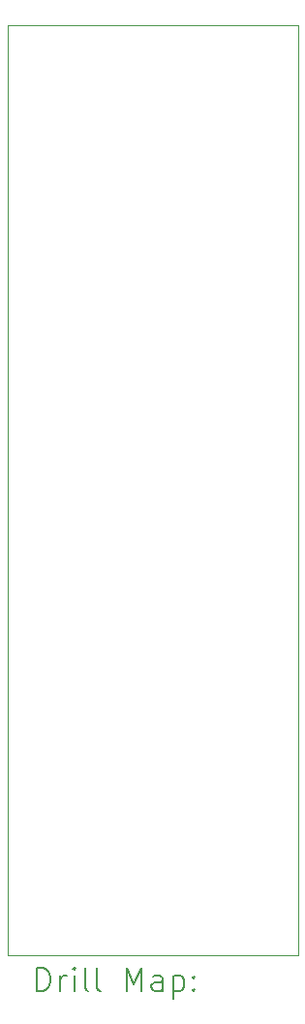
<source format=gbr>
%TF.GenerationSoftware,KiCad,Pcbnew,9.0.6*%
%TF.CreationDate,2026-01-07T14:27:32-06:00*%
%TF.ProjectId,QFN-60_7x7_P0.4,51464e2d-3630-45f3-9778-375f50302e34,rev?*%
%TF.SameCoordinates,Original*%
%TF.FileFunction,Drillmap*%
%TF.FilePolarity,Positive*%
%FSLAX45Y45*%
G04 Gerber Fmt 4.5, Leading zero omitted, Abs format (unit mm)*
G04 Created by KiCad (PCBNEW 9.0.6) date 2026-01-07 14:27:32*
%MOMM*%
%LPD*%
G01*
G04 APERTURE LIST*
%ADD10C,0.050000*%
%ADD11C,0.200000*%
G04 APERTURE END LIST*
D10*
X12573000Y-8013700D02*
X15113000Y-8013700D01*
X15113000Y-16141700D01*
X12573000Y-16141700D01*
X12573000Y-8013700D01*
D11*
X12831277Y-16455684D02*
X12831277Y-16255684D01*
X12831277Y-16255684D02*
X12878896Y-16255684D01*
X12878896Y-16255684D02*
X12907467Y-16265208D01*
X12907467Y-16265208D02*
X12926515Y-16284255D01*
X12926515Y-16284255D02*
X12936039Y-16303303D01*
X12936039Y-16303303D02*
X12945562Y-16341398D01*
X12945562Y-16341398D02*
X12945562Y-16369969D01*
X12945562Y-16369969D02*
X12936039Y-16408065D01*
X12936039Y-16408065D02*
X12926515Y-16427112D01*
X12926515Y-16427112D02*
X12907467Y-16446160D01*
X12907467Y-16446160D02*
X12878896Y-16455684D01*
X12878896Y-16455684D02*
X12831277Y-16455684D01*
X13031277Y-16455684D02*
X13031277Y-16322350D01*
X13031277Y-16360446D02*
X13040801Y-16341398D01*
X13040801Y-16341398D02*
X13050324Y-16331874D01*
X13050324Y-16331874D02*
X13069372Y-16322350D01*
X13069372Y-16322350D02*
X13088420Y-16322350D01*
X13155086Y-16455684D02*
X13155086Y-16322350D01*
X13155086Y-16255684D02*
X13145562Y-16265208D01*
X13145562Y-16265208D02*
X13155086Y-16274731D01*
X13155086Y-16274731D02*
X13164610Y-16265208D01*
X13164610Y-16265208D02*
X13155086Y-16255684D01*
X13155086Y-16255684D02*
X13155086Y-16274731D01*
X13278896Y-16455684D02*
X13259848Y-16446160D01*
X13259848Y-16446160D02*
X13250324Y-16427112D01*
X13250324Y-16427112D02*
X13250324Y-16255684D01*
X13383658Y-16455684D02*
X13364610Y-16446160D01*
X13364610Y-16446160D02*
X13355086Y-16427112D01*
X13355086Y-16427112D02*
X13355086Y-16255684D01*
X13612229Y-16455684D02*
X13612229Y-16255684D01*
X13612229Y-16255684D02*
X13678896Y-16398541D01*
X13678896Y-16398541D02*
X13745562Y-16255684D01*
X13745562Y-16255684D02*
X13745562Y-16455684D01*
X13926515Y-16455684D02*
X13926515Y-16350922D01*
X13926515Y-16350922D02*
X13916991Y-16331874D01*
X13916991Y-16331874D02*
X13897943Y-16322350D01*
X13897943Y-16322350D02*
X13859848Y-16322350D01*
X13859848Y-16322350D02*
X13840801Y-16331874D01*
X13926515Y-16446160D02*
X13907467Y-16455684D01*
X13907467Y-16455684D02*
X13859848Y-16455684D01*
X13859848Y-16455684D02*
X13840801Y-16446160D01*
X13840801Y-16446160D02*
X13831277Y-16427112D01*
X13831277Y-16427112D02*
X13831277Y-16408065D01*
X13831277Y-16408065D02*
X13840801Y-16389017D01*
X13840801Y-16389017D02*
X13859848Y-16379493D01*
X13859848Y-16379493D02*
X13907467Y-16379493D01*
X13907467Y-16379493D02*
X13926515Y-16369969D01*
X14021753Y-16322350D02*
X14021753Y-16522350D01*
X14021753Y-16331874D02*
X14040801Y-16322350D01*
X14040801Y-16322350D02*
X14078896Y-16322350D01*
X14078896Y-16322350D02*
X14097943Y-16331874D01*
X14097943Y-16331874D02*
X14107467Y-16341398D01*
X14107467Y-16341398D02*
X14116991Y-16360446D01*
X14116991Y-16360446D02*
X14116991Y-16417588D01*
X14116991Y-16417588D02*
X14107467Y-16436636D01*
X14107467Y-16436636D02*
X14097943Y-16446160D01*
X14097943Y-16446160D02*
X14078896Y-16455684D01*
X14078896Y-16455684D02*
X14040801Y-16455684D01*
X14040801Y-16455684D02*
X14021753Y-16446160D01*
X14202705Y-16436636D02*
X14212229Y-16446160D01*
X14212229Y-16446160D02*
X14202705Y-16455684D01*
X14202705Y-16455684D02*
X14193182Y-16446160D01*
X14193182Y-16446160D02*
X14202705Y-16436636D01*
X14202705Y-16436636D02*
X14202705Y-16455684D01*
X14202705Y-16331874D02*
X14212229Y-16341398D01*
X14212229Y-16341398D02*
X14202705Y-16350922D01*
X14202705Y-16350922D02*
X14193182Y-16341398D01*
X14193182Y-16341398D02*
X14202705Y-16331874D01*
X14202705Y-16331874D02*
X14202705Y-16350922D01*
M02*

</source>
